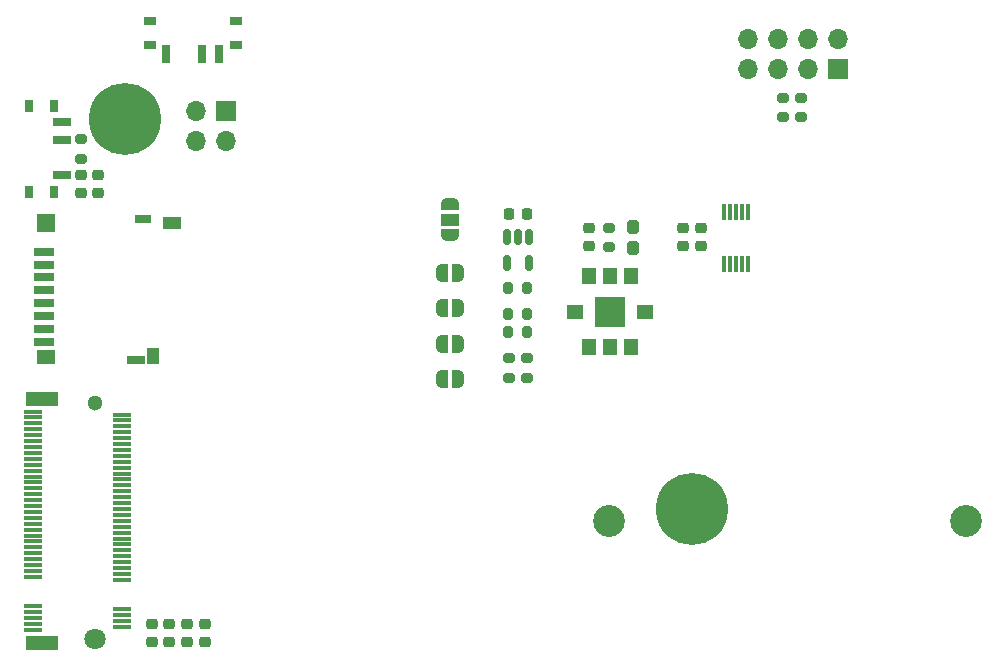
<source format=gbr>
%TF.GenerationSoftware,KiCad,Pcbnew,(5.99.0-10407-g1e8b23402c)*%
%TF.CreationDate,2021-06-15T10:43:31-06:00*%
%TF.ProjectId,lobby,6c6f6262-792e-46b6-9963-61645f706362,rev?*%
%TF.SameCoordinates,Original*%
%TF.FileFunction,Soldermask,Bot*%
%TF.FilePolarity,Negative*%
%FSLAX46Y46*%
G04 Gerber Fmt 4.6, Leading zero omitted, Abs format (unit mm)*
G04 Created by KiCad (PCBNEW (5.99.0-10407-g1e8b23402c)) date 2021-06-15 10:43:31*
%MOMM*%
%LPD*%
G01*
G04 APERTURE LIST*
G04 Aperture macros list*
%AMRoundRect*
0 Rectangle with rounded corners*
0 $1 Rounding radius*
0 $2 $3 $4 $5 $6 $7 $8 $9 X,Y pos of 4 corners*
0 Add a 4 corners polygon primitive as box body*
4,1,4,$2,$3,$4,$5,$6,$7,$8,$9,$2,$3,0*
0 Add four circle primitives for the rounded corners*
1,1,$1+$1,$2,$3*
1,1,$1+$1,$4,$5*
1,1,$1+$1,$6,$7*
1,1,$1+$1,$8,$9*
0 Add four rect primitives between the rounded corners*
20,1,$1+$1,$2,$3,$4,$5,0*
20,1,$1+$1,$4,$5,$6,$7,0*
20,1,$1+$1,$6,$7,$8,$9,0*
20,1,$1+$1,$8,$9,$2,$3,0*%
%AMFreePoly0*
4,1,20,0.000000,0.744959,0.073905,0.744508,0.209726,0.703889,0.328688,0.626782,0.421226,0.519385,0.479903,0.390333,0.500000,0.250000,0.500000,-0.250000,0.499851,-0.262216,0.476331,-0.402017,0.414519,-0.529596,0.319384,-0.634700,0.198574,-0.708877,0.061801,-0.746166,0.000000,-0.745033,0.000000,-0.750000,-0.550000,-0.750000,-0.550000,0.750000,0.000000,0.750000,0.000000,0.744959,
0.000000,0.744959,$1*%
%AMFreePoly1*
4,1,22,0.550000,-0.750000,0.000000,-0.750000,0.000000,-0.745033,-0.079941,-0.743568,-0.215256,-0.701293,-0.333266,-0.622738,-0.424486,-0.514219,-0.481581,-0.384460,-0.499164,-0.250000,-0.500000,-0.250000,-0.500000,0.250000,-0.499164,0.250000,-0.499963,0.256109,-0.478152,0.396186,-0.417904,0.524511,-0.324060,0.630769,-0.204165,0.706417,-0.067858,0.745374,0.000000,0.744959,0.000000,0.750000,
0.550000,0.750000,0.550000,-0.750000,0.550000,-0.750000,$1*%
%AMFreePoly2*
4,1,22,0.500000,-0.750000,0.000000,-0.750000,0.000000,-0.745033,-0.079941,-0.743568,-0.215256,-0.701293,-0.333266,-0.622738,-0.424486,-0.514219,-0.481581,-0.384460,-0.499164,-0.250000,-0.500000,-0.250000,-0.500000,0.250000,-0.499164,0.250000,-0.499963,0.256109,-0.478152,0.396186,-0.417904,0.524511,-0.324060,0.630769,-0.204165,0.706417,-0.067858,0.745374,0.000000,0.744959,0.000000,0.750000,
0.500000,0.750000,0.500000,-0.750000,0.500000,-0.750000,$1*%
%AMFreePoly3*
4,1,20,0.000000,0.744959,0.073905,0.744508,0.209726,0.703889,0.328688,0.626782,0.421226,0.519385,0.479903,0.390333,0.500000,0.250000,0.500000,-0.250000,0.499851,-0.262216,0.476331,-0.402017,0.414519,-0.529596,0.319384,-0.634700,0.198574,-0.708877,0.061801,-0.746166,0.000000,-0.745033,0.000000,-0.750000,-0.500000,-0.750000,-0.500000,0.750000,0.000000,0.750000,0.000000,0.744959,
0.000000,0.744959,$1*%
G04 Aperture macros list end*
%ADD10R,1.000000X0.800000*%
%ADD11R,0.700000X1.500000*%
%ADD12C,2.700000*%
%ADD13C,6.100000*%
%ADD14FreePoly0,270.000000*%
%ADD15R,1.500000X1.000000*%
%ADD16FreePoly1,270.000000*%
%ADD17RoundRect,0.225000X-0.250000X0.225000X-0.250000X-0.225000X0.250000X-0.225000X0.250000X0.225000X0*%
%ADD18FreePoly2,180.000000*%
%ADD19FreePoly3,180.000000*%
%ADD20RoundRect,0.200000X-0.200000X-0.275000X0.200000X-0.275000X0.200000X0.275000X-0.200000X0.275000X0*%
%ADD21R,2.750000X1.200000*%
%ADD22C,1.300000*%
%ADD23C,1.800000*%
%ADD24R,1.550000X0.300000*%
%ADD25RoundRect,0.225000X0.250000X-0.225000X0.250000X0.225000X-0.250000X0.225000X-0.250000X-0.225000X0*%
%ADD26RoundRect,0.225000X-0.225000X-0.250000X0.225000X-0.250000X0.225000X0.250000X-0.225000X0.250000X0*%
%ADD27RoundRect,0.200000X0.275000X-0.200000X0.275000X0.200000X-0.275000X0.200000X-0.275000X-0.200000X0*%
%ADD28R,1.700000X1.700000*%
%ADD29O,1.700000X1.700000*%
%ADD30R,1.750000X0.700000*%
%ADD31R,1.550000X1.000000*%
%ADD32R,1.000000X1.475000*%
%ADD33R,1.500000X0.800000*%
%ADD34R,1.500000X1.300000*%
%ADD35R,1.500000X1.500000*%
%ADD36R,1.400000X0.800000*%
%ADD37R,1.500000X0.700000*%
%ADD38R,0.800000X1.000000*%
%ADD39RoundRect,0.200000X0.200000X0.275000X-0.200000X0.275000X-0.200000X-0.275000X0.200000X-0.275000X0*%
%ADD40RoundRect,0.250000X0.275000X-0.312500X0.275000X0.312500X-0.275000X0.312500X-0.275000X-0.312500X0*%
%ADD41RoundRect,0.200000X-0.275000X0.200000X-0.275000X-0.200000X0.275000X-0.200000X0.275000X0.200000X0*%
%ADD42R,0.300000X1.400000*%
%ADD43R,1.200000X1.350000*%
%ADD44R,1.350000X1.200000*%
%ADD45R,2.600000X2.600000*%
%ADD46RoundRect,0.150000X-0.150000X0.512500X-0.150000X-0.512500X0.150000X-0.512500X0.150000X0.512500X0*%
G04 APERTURE END LIST*
D10*
%TO.C,SW1*%
X30850000Y-20650000D03*
X38150000Y-22750000D03*
X38150000Y-20650000D03*
X30850000Y-22750000D03*
D11*
X36750000Y-23450000D03*
X35250000Y-23450000D03*
X32250000Y-23450000D03*
%TD*%
D12*
%TO.C,H1*%
X69750000Y-63000000D03*
%TD*%
%TO.C,H2*%
X100000000Y-63000000D03*
%TD*%
D13*
%TO.C,Module1*%
X76750000Y-62000000D03*
X28750000Y-29000000D03*
%TD*%
D14*
%TO.C,JP5*%
X56250000Y-38800000D03*
D15*
X56250000Y-37500000D03*
D16*
X56250000Y-36200000D03*
%TD*%
D17*
%TO.C,C5*%
X32500000Y-71725000D03*
X32500000Y-73275000D03*
%TD*%
D18*
%TO.C,JP3*%
X56925000Y-45000000D03*
D19*
X55625000Y-45000000D03*
%TD*%
D20*
%TO.C,R7*%
X61175000Y-43250000D03*
X62825000Y-43250000D03*
%TD*%
D21*
%TO.C,U2*%
X21750000Y-52650000D03*
D22*
X26250000Y-53000000D03*
D21*
X21750000Y-73350000D03*
D23*
X26250000Y-73000000D03*
D24*
X20975000Y-53750000D03*
X28525000Y-54000000D03*
X20975000Y-54250000D03*
X28525000Y-54500000D03*
X20975000Y-54750000D03*
X28525000Y-55000000D03*
X20975000Y-55250000D03*
X28525000Y-55500000D03*
X20975000Y-55750000D03*
X28525000Y-56000000D03*
X20975000Y-56250000D03*
X28525000Y-56500000D03*
X20975000Y-56750000D03*
X28525000Y-57000000D03*
X20975000Y-57250000D03*
X28525000Y-57500000D03*
X20975000Y-57750000D03*
X28525000Y-58000000D03*
X20975000Y-58250000D03*
X28525000Y-58500000D03*
X20975000Y-58750000D03*
X28525000Y-59000000D03*
X20975000Y-59250000D03*
X28525000Y-59500000D03*
X20975000Y-59750000D03*
X28525000Y-60000000D03*
X20975000Y-60250000D03*
X28525000Y-60500000D03*
X20975000Y-60750000D03*
X28525000Y-61000000D03*
X20975000Y-61250000D03*
X28525000Y-61500000D03*
X20975000Y-61750000D03*
X28525000Y-62000000D03*
X20975000Y-62250000D03*
X28525000Y-62500000D03*
X20975000Y-62750000D03*
X28525000Y-63000000D03*
X20975000Y-63250000D03*
X28525000Y-63500000D03*
X20975000Y-63750000D03*
X28525000Y-64000000D03*
X20975000Y-64250000D03*
X28525000Y-64500000D03*
X20975000Y-64750000D03*
X28525000Y-65000000D03*
X20975000Y-65250000D03*
X28525000Y-65500000D03*
X20975000Y-65750000D03*
X28525000Y-66000000D03*
X20975000Y-66250000D03*
X28525000Y-66500000D03*
X20975000Y-66750000D03*
X28525000Y-67000000D03*
X20975000Y-67250000D03*
X28525000Y-67500000D03*
X20975000Y-67750000D03*
X28525000Y-68000000D03*
X20975000Y-70250000D03*
X28525000Y-70500000D03*
X20975000Y-70750000D03*
X28525000Y-71000000D03*
X20975000Y-71250000D03*
X28525000Y-71500000D03*
X20975000Y-71750000D03*
X28525000Y-72000000D03*
X20975000Y-72250000D03*
%TD*%
D18*
%TO.C,JP1*%
X56925000Y-51000000D03*
D19*
X55625000Y-51000000D03*
%TD*%
D17*
%TO.C,C4*%
X34000000Y-71725000D03*
X34000000Y-73275000D03*
%TD*%
%TO.C,C11*%
X31000000Y-71715000D03*
X31000000Y-73265000D03*
%TD*%
%TO.C,C9*%
X76000000Y-38225000D03*
X76000000Y-39775000D03*
%TD*%
D18*
%TO.C,JP2*%
X56925000Y-48000000D03*
D19*
X55625000Y-48000000D03*
%TD*%
D25*
%TO.C,C7*%
X68000000Y-39775000D03*
X68000000Y-38225000D03*
%TD*%
D26*
%TO.C,C1*%
X61225000Y-37000000D03*
X62775000Y-37000000D03*
%TD*%
D27*
%TO.C,R3*%
X86000000Y-28825000D03*
X86000000Y-27175000D03*
%TD*%
D28*
%TO.C,J2*%
X89113646Y-24720153D03*
D29*
X89113646Y-22180153D03*
X86573646Y-24720153D03*
X86573646Y-22180153D03*
X84033646Y-24720153D03*
X84033646Y-22180153D03*
X81493646Y-24720153D03*
X81493646Y-22180153D03*
%TD*%
D30*
%TO.C,J3*%
X21925000Y-40200000D03*
X21925000Y-41300000D03*
X21925000Y-42400000D03*
X21925000Y-43500000D03*
X21925000Y-44600000D03*
X21925000Y-45700000D03*
X21925000Y-46800000D03*
X21925000Y-47900000D03*
D31*
X32725000Y-37750000D03*
D32*
X31150000Y-49037500D03*
D33*
X29650000Y-49375000D03*
D34*
X22050000Y-49100000D03*
D35*
X22050000Y-37750000D03*
D36*
X30300000Y-37425000D03*
%TD*%
D37*
%TO.C,SW2*%
X23450000Y-33750000D03*
X23450000Y-30750000D03*
X23450000Y-29250000D03*
D38*
X22750000Y-35150000D03*
X20650000Y-27850000D03*
X22750000Y-27850000D03*
X20650000Y-35150000D03*
%TD*%
D39*
%TO.C,R6*%
X62825000Y-45500000D03*
X61175000Y-45500000D03*
%TD*%
D18*
%TO.C,JP4*%
X56925000Y-42000000D03*
D19*
X55625000Y-42000000D03*
%TD*%
D28*
%TO.C,J1*%
X37263646Y-28310153D03*
D29*
X34723646Y-28310153D03*
X37263646Y-30850153D03*
X34723646Y-30850153D03*
%TD*%
D40*
%TO.C,C6*%
X71750000Y-39887500D03*
X71750000Y-38112500D03*
%TD*%
D17*
%TO.C,C8*%
X77500000Y-38225000D03*
X77500000Y-39775000D03*
%TD*%
%TO.C,C2*%
X26500000Y-33725000D03*
X26500000Y-35275000D03*
%TD*%
D41*
%TO.C,R9*%
X69750000Y-38175000D03*
X69750000Y-39825000D03*
%TD*%
D39*
%TO.C,R5*%
X62825000Y-47000000D03*
X61175000Y-47000000D03*
%TD*%
D41*
%TO.C,R1*%
X61250000Y-49225000D03*
X61250000Y-50875000D03*
%TD*%
D27*
%TO.C,R8*%
X25000000Y-32325000D03*
X25000000Y-30675000D03*
%TD*%
D42*
%TO.C,U4*%
X79470000Y-36890000D03*
X79970000Y-36890000D03*
X80470000Y-36890000D03*
X80970000Y-36890000D03*
X81470000Y-36890000D03*
X81470000Y-41290000D03*
X80970000Y-41290000D03*
X80470000Y-41290000D03*
X79970000Y-41290000D03*
X79470000Y-41290000D03*
%TD*%
D41*
%TO.C,R2*%
X62750000Y-49225000D03*
X62750000Y-50875000D03*
%TD*%
D27*
%TO.C,R4*%
X84500000Y-28825000D03*
X84500000Y-27175000D03*
%TD*%
D43*
%TO.C,U3*%
X71605000Y-48260000D03*
X69805000Y-48260000D03*
X68005000Y-48260000D03*
D44*
X66830000Y-45285000D03*
D43*
X68005000Y-42310000D03*
X69805000Y-42310000D03*
X71605000Y-42310000D03*
D44*
X72780000Y-45285000D03*
D45*
X69805000Y-45285000D03*
%TD*%
D17*
%TO.C,C3*%
X25000000Y-33725000D03*
X25000000Y-35275000D03*
%TD*%
%TO.C,C10*%
X35500000Y-71725000D03*
X35500000Y-73275000D03*
%TD*%
D46*
%TO.C,U1*%
X61100000Y-38932500D03*
X62050000Y-38932500D03*
X63000000Y-38932500D03*
X63000000Y-41207500D03*
X61100000Y-41207500D03*
%TD*%
M02*

</source>
